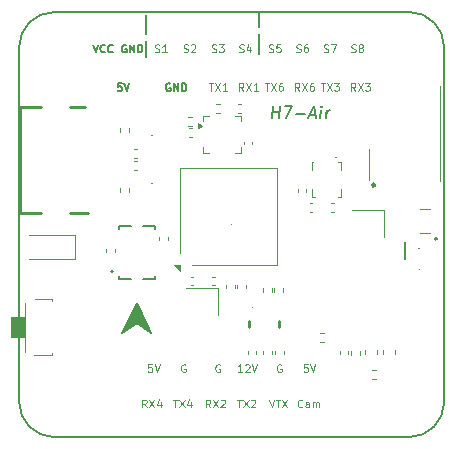
<source format=gbr>
%TF.GenerationSoftware,KiCad,Pcbnew,8.0.7*%
%TF.CreationDate,2025-02-13T13:50:40+08:00*%
%TF.ProjectId,NewSkyH7-Air,4e657753-6b79-4483-972d-4169722e6b69,rev?*%
%TF.SameCoordinates,Original*%
%TF.FileFunction,Legend,Top*%
%TF.FilePolarity,Positive*%
%FSLAX46Y46*%
G04 Gerber Fmt 4.6, Leading zero omitted, Abs format (unit mm)*
G04 Created by KiCad (PCBNEW 8.0.7) date 2025-02-13 13:50:40*
%MOMM*%
%LPD*%
G01*
G04 APERTURE LIST*
%ADD10C,0.150000*%
%ADD11C,0.200000*%
%ADD12C,0.130000*%
%ADD13C,0.112500*%
%ADD14C,0.120000*%
%ADD15C,0.100000*%
%ADD16C,0.254000*%
%ADD17C,0.010050*%
%ADD18C,0.127000*%
%ADD19C,0.250000*%
%ADD20C,0.016000*%
G04 APERTURE END LIST*
D10*
X146060000Y-67080000D02*
X146060000Y-65430000D01*
X146060000Y-64830000D02*
X146060000Y-63560000D01*
D11*
X135655000Y-89920000D02*
X134455000Y-90720000D01*
X135655000Y-88220000D01*
X135655000Y-89920000D01*
G36*
X135655000Y-89920000D02*
G01*
X134455000Y-90720000D01*
X135655000Y-88220000D01*
X135655000Y-89920000D01*
G37*
D10*
X136420000Y-63795000D02*
X136420000Y-65445000D01*
X136420000Y-66045000D02*
X136420000Y-67390000D01*
D11*
X136855000Y-90720000D02*
X135655000Y-89920000D01*
X135655000Y-88220000D01*
X136855000Y-90720000D01*
G36*
X136855000Y-90720000D02*
G01*
X135655000Y-89920000D01*
X135655000Y-88220000D01*
X136855000Y-90720000D01*
G37*
D12*
X134770764Y-66364644D02*
X134708859Y-66333692D01*
X134708859Y-66333692D02*
X134616002Y-66333692D01*
X134616002Y-66333692D02*
X134523145Y-66364644D01*
X134523145Y-66364644D02*
X134461240Y-66426549D01*
X134461240Y-66426549D02*
X134430287Y-66488454D01*
X134430287Y-66488454D02*
X134399335Y-66612263D01*
X134399335Y-66612263D02*
X134399335Y-66705120D01*
X134399335Y-66705120D02*
X134430287Y-66828930D01*
X134430287Y-66828930D02*
X134461240Y-66890835D01*
X134461240Y-66890835D02*
X134523145Y-66952740D01*
X134523145Y-66952740D02*
X134616002Y-66983692D01*
X134616002Y-66983692D02*
X134677906Y-66983692D01*
X134677906Y-66983692D02*
X134770764Y-66952740D01*
X134770764Y-66952740D02*
X134801716Y-66921787D01*
X134801716Y-66921787D02*
X134801716Y-66705120D01*
X134801716Y-66705120D02*
X134677906Y-66705120D01*
X135080287Y-66983692D02*
X135080287Y-66333692D01*
X135080287Y-66333692D02*
X135451716Y-66983692D01*
X135451716Y-66983692D02*
X135451716Y-66333692D01*
X135761239Y-66983692D02*
X135761239Y-66333692D01*
X135761239Y-66333692D02*
X135916001Y-66333692D01*
X135916001Y-66333692D02*
X136008858Y-66364644D01*
X136008858Y-66364644D02*
X136070763Y-66426549D01*
X136070763Y-66426549D02*
X136101716Y-66488454D01*
X136101716Y-66488454D02*
X136132668Y-66612263D01*
X136132668Y-66612263D02*
X136132668Y-66705120D01*
X136132668Y-66705120D02*
X136101716Y-66828930D01*
X136101716Y-66828930D02*
X136070763Y-66890835D01*
X136070763Y-66890835D02*
X136008858Y-66952740D01*
X136008858Y-66952740D02*
X135916001Y-66983692D01*
X135916001Y-66983692D02*
X135761239Y-66983692D01*
D10*
X147100826Y-72549819D02*
X147225826Y-71549819D01*
X147166303Y-72026009D02*
X147737731Y-72026009D01*
X147672255Y-72549819D02*
X147797255Y-71549819D01*
X148178207Y-71549819D02*
X148844874Y-71549819D01*
X148844874Y-71549819D02*
X148291303Y-72549819D01*
X149148445Y-72168866D02*
X149910350Y-72168866D01*
X150327017Y-72264104D02*
X150803207Y-72264104D01*
X150196064Y-72549819D02*
X150654398Y-71549819D01*
X150654398Y-71549819D02*
X150862731Y-72549819D01*
X151196064Y-72549819D02*
X151279398Y-71883152D01*
X151321064Y-71549819D02*
X151267493Y-71597438D01*
X151267493Y-71597438D02*
X151309160Y-71645057D01*
X151309160Y-71645057D02*
X151362731Y-71597438D01*
X151362731Y-71597438D02*
X151321064Y-71549819D01*
X151321064Y-71549819D02*
X151309160Y-71645057D01*
X151672254Y-72549819D02*
X151755588Y-71883152D01*
X151731778Y-72073628D02*
X151791302Y-71978390D01*
X151791302Y-71978390D02*
X151844873Y-71930771D01*
X151844873Y-71930771D02*
X151946064Y-71883152D01*
X151946064Y-71883152D02*
X152041302Y-71883152D01*
D13*
X144604251Y-94034602D02*
X144232822Y-94034602D01*
X144418536Y-94034602D02*
X144418536Y-93384602D01*
X144418536Y-93384602D02*
X144356632Y-93477459D01*
X144356632Y-93477459D02*
X144294727Y-93539364D01*
X144294727Y-93539364D02*
X144232822Y-93570316D01*
X144851870Y-93446507D02*
X144882822Y-93415554D01*
X144882822Y-93415554D02*
X144944727Y-93384602D01*
X144944727Y-93384602D02*
X145099489Y-93384602D01*
X145099489Y-93384602D02*
X145161394Y-93415554D01*
X145161394Y-93415554D02*
X145192346Y-93446507D01*
X145192346Y-93446507D02*
X145223299Y-93508411D01*
X145223299Y-93508411D02*
X145223299Y-93570316D01*
X145223299Y-93570316D02*
X145192346Y-93663173D01*
X145192346Y-93663173D02*
X144820918Y-94034602D01*
X144820918Y-94034602D02*
X145223299Y-94034602D01*
X145409013Y-93384602D02*
X145625680Y-94034602D01*
X145625680Y-94034602D02*
X145842347Y-93384602D01*
D12*
X134389811Y-69603692D02*
X134080287Y-69603692D01*
X134080287Y-69603692D02*
X134049335Y-69913216D01*
X134049335Y-69913216D02*
X134080287Y-69882263D01*
X134080287Y-69882263D02*
X134142192Y-69851311D01*
X134142192Y-69851311D02*
X134296954Y-69851311D01*
X134296954Y-69851311D02*
X134358859Y-69882263D01*
X134358859Y-69882263D02*
X134389811Y-69913216D01*
X134389811Y-69913216D02*
X134420764Y-69975120D01*
X134420764Y-69975120D02*
X134420764Y-70129882D01*
X134420764Y-70129882D02*
X134389811Y-70191787D01*
X134389811Y-70191787D02*
X134358859Y-70222740D01*
X134358859Y-70222740D02*
X134296954Y-70253692D01*
X134296954Y-70253692D02*
X134142192Y-70253692D01*
X134142192Y-70253692D02*
X134080287Y-70222740D01*
X134080287Y-70222740D02*
X134049335Y-70191787D01*
X134606478Y-69603692D02*
X134823145Y-70253692D01*
X134823145Y-70253692D02*
X135039812Y-69603692D01*
D13*
X151234487Y-69582815D02*
X151605916Y-69582815D01*
X151420202Y-70232815D02*
X151420202Y-69582815D01*
X151760678Y-69582815D02*
X152194011Y-70232815D01*
X152194011Y-69582815D02*
X151760678Y-70232815D01*
X152379726Y-69582815D02*
X152782107Y-69582815D01*
X152782107Y-69582815D02*
X152565440Y-69830434D01*
X152565440Y-69830434D02*
X152658297Y-69830434D01*
X152658297Y-69830434D02*
X152720202Y-69861386D01*
X152720202Y-69861386D02*
X152751154Y-69892339D01*
X152751154Y-69892339D02*
X152782107Y-69954243D01*
X152782107Y-69954243D02*
X152782107Y-70109005D01*
X152782107Y-70109005D02*
X152751154Y-70170910D01*
X152751154Y-70170910D02*
X152720202Y-70201863D01*
X152720202Y-70201863D02*
X152658297Y-70232815D01*
X152658297Y-70232815D02*
X152472583Y-70232815D01*
X152472583Y-70232815D02*
X152410678Y-70201863D01*
X152410678Y-70201863D02*
X152379726Y-70170910D01*
X139794251Y-93415554D02*
X139732346Y-93384602D01*
X139732346Y-93384602D02*
X139639489Y-93384602D01*
X139639489Y-93384602D02*
X139546632Y-93415554D01*
X139546632Y-93415554D02*
X139484727Y-93477459D01*
X139484727Y-93477459D02*
X139453774Y-93539364D01*
X139453774Y-93539364D02*
X139422822Y-93663173D01*
X139422822Y-93663173D02*
X139422822Y-93756030D01*
X139422822Y-93756030D02*
X139453774Y-93879840D01*
X139453774Y-93879840D02*
X139484727Y-93941745D01*
X139484727Y-93941745D02*
X139546632Y-94003650D01*
X139546632Y-94003650D02*
X139639489Y-94034602D01*
X139639489Y-94034602D02*
X139701393Y-94034602D01*
X139701393Y-94034602D02*
X139794251Y-94003650D01*
X139794251Y-94003650D02*
X139825203Y-93972697D01*
X139825203Y-93972697D02*
X139825203Y-93756030D01*
X139825203Y-93756030D02*
X139701393Y-93756030D01*
X138760917Y-96384602D02*
X139132346Y-96384602D01*
X138946632Y-97034602D02*
X138946632Y-96384602D01*
X139287108Y-96384602D02*
X139720441Y-97034602D01*
X139720441Y-96384602D02*
X139287108Y-97034602D01*
X140246632Y-96601269D02*
X140246632Y-97034602D01*
X140091870Y-96353650D02*
X139937108Y-96817935D01*
X139937108Y-96817935D02*
X140339489Y-96817935D01*
X151517822Y-66931863D02*
X151610679Y-66962815D01*
X151610679Y-66962815D02*
X151765441Y-66962815D01*
X151765441Y-66962815D02*
X151827346Y-66931863D01*
X151827346Y-66931863D02*
X151858298Y-66900910D01*
X151858298Y-66900910D02*
X151889251Y-66839005D01*
X151889251Y-66839005D02*
X151889251Y-66777101D01*
X151889251Y-66777101D02*
X151858298Y-66715196D01*
X151858298Y-66715196D02*
X151827346Y-66684243D01*
X151827346Y-66684243D02*
X151765441Y-66653291D01*
X151765441Y-66653291D02*
X151641632Y-66622339D01*
X151641632Y-66622339D02*
X151579727Y-66591386D01*
X151579727Y-66591386D02*
X151548774Y-66560434D01*
X151548774Y-66560434D02*
X151517822Y-66498529D01*
X151517822Y-66498529D02*
X151517822Y-66436624D01*
X151517822Y-66436624D02*
X151548774Y-66374720D01*
X151548774Y-66374720D02*
X151579727Y-66343767D01*
X151579727Y-66343767D02*
X151641632Y-66312815D01*
X151641632Y-66312815D02*
X151796393Y-66312815D01*
X151796393Y-66312815D02*
X151889251Y-66343767D01*
X152105918Y-66312815D02*
X152539251Y-66312815D01*
X152539251Y-66312815D02*
X152260680Y-66962815D01*
X144700203Y-70232815D02*
X144483536Y-69923291D01*
X144328774Y-70232815D02*
X144328774Y-69582815D01*
X144328774Y-69582815D02*
X144576393Y-69582815D01*
X144576393Y-69582815D02*
X144638298Y-69613767D01*
X144638298Y-69613767D02*
X144669251Y-69644720D01*
X144669251Y-69644720D02*
X144700203Y-69706624D01*
X144700203Y-69706624D02*
X144700203Y-69799482D01*
X144700203Y-69799482D02*
X144669251Y-69861386D01*
X144669251Y-69861386D02*
X144638298Y-69892339D01*
X144638298Y-69892339D02*
X144576393Y-69923291D01*
X144576393Y-69923291D02*
X144328774Y-69923291D01*
X144916870Y-69582815D02*
X145350203Y-70232815D01*
X145350203Y-69582815D02*
X144916870Y-70232815D01*
X145938299Y-70232815D02*
X145566870Y-70232815D01*
X145752584Y-70232815D02*
X145752584Y-69582815D01*
X145752584Y-69582815D02*
X145690680Y-69675672D01*
X145690680Y-69675672D02*
X145628775Y-69737577D01*
X145628775Y-69737577D02*
X145566870Y-69768529D01*
X153843333Y-66931863D02*
X153936190Y-66962815D01*
X153936190Y-66962815D02*
X154090952Y-66962815D01*
X154090952Y-66962815D02*
X154152857Y-66931863D01*
X154152857Y-66931863D02*
X154183809Y-66900910D01*
X154183809Y-66900910D02*
X154214762Y-66839005D01*
X154214762Y-66839005D02*
X154214762Y-66777101D01*
X154214762Y-66777101D02*
X154183809Y-66715196D01*
X154183809Y-66715196D02*
X154152857Y-66684243D01*
X154152857Y-66684243D02*
X154090952Y-66653291D01*
X154090952Y-66653291D02*
X153967143Y-66622339D01*
X153967143Y-66622339D02*
X153905238Y-66591386D01*
X153905238Y-66591386D02*
X153874285Y-66560434D01*
X153874285Y-66560434D02*
X153843333Y-66498529D01*
X153843333Y-66498529D02*
X153843333Y-66436624D01*
X153843333Y-66436624D02*
X153874285Y-66374720D01*
X153874285Y-66374720D02*
X153905238Y-66343767D01*
X153905238Y-66343767D02*
X153967143Y-66312815D01*
X153967143Y-66312815D02*
X154121904Y-66312815D01*
X154121904Y-66312815D02*
X154214762Y-66343767D01*
X154586191Y-66591386D02*
X154524286Y-66560434D01*
X154524286Y-66560434D02*
X154493333Y-66529482D01*
X154493333Y-66529482D02*
X154462381Y-66467577D01*
X154462381Y-66467577D02*
X154462381Y-66436624D01*
X154462381Y-66436624D02*
X154493333Y-66374720D01*
X154493333Y-66374720D02*
X154524286Y-66343767D01*
X154524286Y-66343767D02*
X154586191Y-66312815D01*
X154586191Y-66312815D02*
X154710000Y-66312815D01*
X154710000Y-66312815D02*
X154771905Y-66343767D01*
X154771905Y-66343767D02*
X154802857Y-66374720D01*
X154802857Y-66374720D02*
X154833810Y-66436624D01*
X154833810Y-66436624D02*
X154833810Y-66467577D01*
X154833810Y-66467577D02*
X154802857Y-66529482D01*
X154802857Y-66529482D02*
X154771905Y-66560434D01*
X154771905Y-66560434D02*
X154710000Y-66591386D01*
X154710000Y-66591386D02*
X154586191Y-66591386D01*
X154586191Y-66591386D02*
X154524286Y-66622339D01*
X154524286Y-66622339D02*
X154493333Y-66653291D01*
X154493333Y-66653291D02*
X154462381Y-66715196D01*
X154462381Y-66715196D02*
X154462381Y-66839005D01*
X154462381Y-66839005D02*
X154493333Y-66900910D01*
X154493333Y-66900910D02*
X154524286Y-66931863D01*
X154524286Y-66931863D02*
X154586191Y-66962815D01*
X154586191Y-66962815D02*
X154710000Y-66962815D01*
X154710000Y-66962815D02*
X154771905Y-66931863D01*
X154771905Y-66931863D02*
X154802857Y-66900910D01*
X154802857Y-66900910D02*
X154833810Y-66839005D01*
X154833810Y-66839005D02*
X154833810Y-66715196D01*
X154833810Y-66715196D02*
X154802857Y-66653291D01*
X154802857Y-66653291D02*
X154771905Y-66622339D01*
X154771905Y-66622339D02*
X154710000Y-66591386D01*
X154174489Y-70232815D02*
X153957822Y-69923291D01*
X153803060Y-70232815D02*
X153803060Y-69582815D01*
X153803060Y-69582815D02*
X154050679Y-69582815D01*
X154050679Y-69582815D02*
X154112584Y-69613767D01*
X154112584Y-69613767D02*
X154143537Y-69644720D01*
X154143537Y-69644720D02*
X154174489Y-69706624D01*
X154174489Y-69706624D02*
X154174489Y-69799482D01*
X154174489Y-69799482D02*
X154143537Y-69861386D01*
X154143537Y-69861386D02*
X154112584Y-69892339D01*
X154112584Y-69892339D02*
X154050679Y-69923291D01*
X154050679Y-69923291D02*
X153803060Y-69923291D01*
X154391156Y-69582815D02*
X154824489Y-70232815D01*
X154824489Y-69582815D02*
X154391156Y-70232815D01*
X155010204Y-69582815D02*
X155412585Y-69582815D01*
X155412585Y-69582815D02*
X155195918Y-69830434D01*
X155195918Y-69830434D02*
X155288775Y-69830434D01*
X155288775Y-69830434D02*
X155350680Y-69861386D01*
X155350680Y-69861386D02*
X155381632Y-69892339D01*
X155381632Y-69892339D02*
X155412585Y-69954243D01*
X155412585Y-69954243D02*
X155412585Y-70109005D01*
X155412585Y-70109005D02*
X155381632Y-70170910D01*
X155381632Y-70170910D02*
X155350680Y-70201863D01*
X155350680Y-70201863D02*
X155288775Y-70232815D01*
X155288775Y-70232815D02*
X155103061Y-70232815D01*
X155103061Y-70232815D02*
X155041156Y-70201863D01*
X155041156Y-70201863D02*
X155010204Y-70170910D01*
X141760203Y-69582815D02*
X142131632Y-69582815D01*
X141945918Y-70232815D02*
X141945918Y-69582815D01*
X142286394Y-69582815D02*
X142719727Y-70232815D01*
X142719727Y-69582815D02*
X142286394Y-70232815D01*
X143307823Y-70232815D02*
X142936394Y-70232815D01*
X143122108Y-70232815D02*
X143122108Y-69582815D01*
X143122108Y-69582815D02*
X143060204Y-69675672D01*
X143060204Y-69675672D02*
X142998299Y-69737577D01*
X142998299Y-69737577D02*
X142936394Y-69768529D01*
X139637822Y-66931863D02*
X139730679Y-66962815D01*
X139730679Y-66962815D02*
X139885441Y-66962815D01*
X139885441Y-66962815D02*
X139947346Y-66931863D01*
X139947346Y-66931863D02*
X139978298Y-66900910D01*
X139978298Y-66900910D02*
X140009251Y-66839005D01*
X140009251Y-66839005D02*
X140009251Y-66777101D01*
X140009251Y-66777101D02*
X139978298Y-66715196D01*
X139978298Y-66715196D02*
X139947346Y-66684243D01*
X139947346Y-66684243D02*
X139885441Y-66653291D01*
X139885441Y-66653291D02*
X139761632Y-66622339D01*
X139761632Y-66622339D02*
X139699727Y-66591386D01*
X139699727Y-66591386D02*
X139668774Y-66560434D01*
X139668774Y-66560434D02*
X139637822Y-66498529D01*
X139637822Y-66498529D02*
X139637822Y-66436624D01*
X139637822Y-66436624D02*
X139668774Y-66374720D01*
X139668774Y-66374720D02*
X139699727Y-66343767D01*
X139699727Y-66343767D02*
X139761632Y-66312815D01*
X139761632Y-66312815D02*
X139916393Y-66312815D01*
X139916393Y-66312815D02*
X140009251Y-66343767D01*
X140256870Y-66374720D02*
X140287822Y-66343767D01*
X140287822Y-66343767D02*
X140349727Y-66312815D01*
X140349727Y-66312815D02*
X140504489Y-66312815D01*
X140504489Y-66312815D02*
X140566394Y-66343767D01*
X140566394Y-66343767D02*
X140597346Y-66374720D01*
X140597346Y-66374720D02*
X140628299Y-66436624D01*
X140628299Y-66436624D02*
X140628299Y-66498529D01*
X140628299Y-66498529D02*
X140597346Y-66591386D01*
X140597346Y-66591386D02*
X140225918Y-66962815D01*
X140225918Y-66962815D02*
X140628299Y-66962815D01*
X144347822Y-66931863D02*
X144440679Y-66962815D01*
X144440679Y-66962815D02*
X144595441Y-66962815D01*
X144595441Y-66962815D02*
X144657346Y-66931863D01*
X144657346Y-66931863D02*
X144688298Y-66900910D01*
X144688298Y-66900910D02*
X144719251Y-66839005D01*
X144719251Y-66839005D02*
X144719251Y-66777101D01*
X144719251Y-66777101D02*
X144688298Y-66715196D01*
X144688298Y-66715196D02*
X144657346Y-66684243D01*
X144657346Y-66684243D02*
X144595441Y-66653291D01*
X144595441Y-66653291D02*
X144471632Y-66622339D01*
X144471632Y-66622339D02*
X144409727Y-66591386D01*
X144409727Y-66591386D02*
X144378774Y-66560434D01*
X144378774Y-66560434D02*
X144347822Y-66498529D01*
X144347822Y-66498529D02*
X144347822Y-66436624D01*
X144347822Y-66436624D02*
X144378774Y-66374720D01*
X144378774Y-66374720D02*
X144409727Y-66343767D01*
X144409727Y-66343767D02*
X144471632Y-66312815D01*
X144471632Y-66312815D02*
X144626393Y-66312815D01*
X144626393Y-66312815D02*
X144719251Y-66343767D01*
X145276394Y-66529482D02*
X145276394Y-66962815D01*
X145121632Y-66281863D02*
X144966870Y-66746148D01*
X144966870Y-66746148D02*
X145369251Y-66746148D01*
X144170917Y-96384602D02*
X144542346Y-96384602D01*
X144356632Y-97034602D02*
X144356632Y-96384602D01*
X144697108Y-96384602D02*
X145130441Y-97034602D01*
X145130441Y-96384602D02*
X144697108Y-97034602D01*
X145347108Y-96446507D02*
X145378060Y-96415554D01*
X145378060Y-96415554D02*
X145439965Y-96384602D01*
X145439965Y-96384602D02*
X145594727Y-96384602D01*
X145594727Y-96384602D02*
X145656632Y-96415554D01*
X145656632Y-96415554D02*
X145687584Y-96446507D01*
X145687584Y-96446507D02*
X145718537Y-96508411D01*
X145718537Y-96508411D02*
X145718537Y-96570316D01*
X145718537Y-96570316D02*
X145687584Y-96663173D01*
X145687584Y-96663173D02*
X145316156Y-97034602D01*
X145316156Y-97034602D02*
X145718537Y-97034602D01*
X146860917Y-96384602D02*
X147077584Y-97034602D01*
X147077584Y-97034602D02*
X147294251Y-96384602D01*
X147418060Y-96384602D02*
X147789489Y-96384602D01*
X147603775Y-97034602D02*
X147603775Y-96384602D01*
X147944251Y-96384602D02*
X148377584Y-97034602D01*
X148377584Y-96384602D02*
X147944251Y-97034602D01*
X137217822Y-66931863D02*
X137310679Y-66962815D01*
X137310679Y-66962815D02*
X137465441Y-66962815D01*
X137465441Y-66962815D02*
X137527346Y-66931863D01*
X137527346Y-66931863D02*
X137558298Y-66900910D01*
X137558298Y-66900910D02*
X137589251Y-66839005D01*
X137589251Y-66839005D02*
X137589251Y-66777101D01*
X137589251Y-66777101D02*
X137558298Y-66715196D01*
X137558298Y-66715196D02*
X137527346Y-66684243D01*
X137527346Y-66684243D02*
X137465441Y-66653291D01*
X137465441Y-66653291D02*
X137341632Y-66622339D01*
X137341632Y-66622339D02*
X137279727Y-66591386D01*
X137279727Y-66591386D02*
X137248774Y-66560434D01*
X137248774Y-66560434D02*
X137217822Y-66498529D01*
X137217822Y-66498529D02*
X137217822Y-66436624D01*
X137217822Y-66436624D02*
X137248774Y-66374720D01*
X137248774Y-66374720D02*
X137279727Y-66343767D01*
X137279727Y-66343767D02*
X137341632Y-66312815D01*
X137341632Y-66312815D02*
X137496393Y-66312815D01*
X137496393Y-66312815D02*
X137589251Y-66343767D01*
X138208299Y-66962815D02*
X137836870Y-66962815D01*
X138022584Y-66962815D02*
X138022584Y-66312815D01*
X138022584Y-66312815D02*
X137960680Y-66405672D01*
X137960680Y-66405672D02*
X137898775Y-66467577D01*
X137898775Y-66467577D02*
X137836870Y-66498529D01*
X147899251Y-93415554D02*
X147837346Y-93384602D01*
X147837346Y-93384602D02*
X147744489Y-93384602D01*
X147744489Y-93384602D02*
X147651632Y-93415554D01*
X147651632Y-93415554D02*
X147589727Y-93477459D01*
X147589727Y-93477459D02*
X147558774Y-93539364D01*
X147558774Y-93539364D02*
X147527822Y-93663173D01*
X147527822Y-93663173D02*
X147527822Y-93756030D01*
X147527822Y-93756030D02*
X147558774Y-93879840D01*
X147558774Y-93879840D02*
X147589727Y-93941745D01*
X147589727Y-93941745D02*
X147651632Y-94003650D01*
X147651632Y-94003650D02*
X147744489Y-94034602D01*
X147744489Y-94034602D02*
X147806393Y-94034602D01*
X147806393Y-94034602D02*
X147899251Y-94003650D01*
X147899251Y-94003650D02*
X147930203Y-93972697D01*
X147930203Y-93972697D02*
X147930203Y-93756030D01*
X147930203Y-93756030D02*
X147806393Y-93756030D01*
D12*
X131967430Y-66333692D02*
X132184097Y-66983692D01*
X132184097Y-66983692D02*
X132400764Y-66333692D01*
X132988859Y-66921787D02*
X132957907Y-66952740D01*
X132957907Y-66952740D02*
X132865049Y-66983692D01*
X132865049Y-66983692D02*
X132803145Y-66983692D01*
X132803145Y-66983692D02*
X132710288Y-66952740D01*
X132710288Y-66952740D02*
X132648383Y-66890835D01*
X132648383Y-66890835D02*
X132617430Y-66828930D01*
X132617430Y-66828930D02*
X132586478Y-66705120D01*
X132586478Y-66705120D02*
X132586478Y-66612263D01*
X132586478Y-66612263D02*
X132617430Y-66488454D01*
X132617430Y-66488454D02*
X132648383Y-66426549D01*
X132648383Y-66426549D02*
X132710288Y-66364644D01*
X132710288Y-66364644D02*
X132803145Y-66333692D01*
X132803145Y-66333692D02*
X132865049Y-66333692D01*
X132865049Y-66333692D02*
X132957907Y-66364644D01*
X132957907Y-66364644D02*
X132988859Y-66395597D01*
X133638859Y-66921787D02*
X133607907Y-66952740D01*
X133607907Y-66952740D02*
X133515049Y-66983692D01*
X133515049Y-66983692D02*
X133453145Y-66983692D01*
X133453145Y-66983692D02*
X133360288Y-66952740D01*
X133360288Y-66952740D02*
X133298383Y-66890835D01*
X133298383Y-66890835D02*
X133267430Y-66828930D01*
X133267430Y-66828930D02*
X133236478Y-66705120D01*
X133236478Y-66705120D02*
X133236478Y-66612263D01*
X133236478Y-66612263D02*
X133267430Y-66488454D01*
X133267430Y-66488454D02*
X133298383Y-66426549D01*
X133298383Y-66426549D02*
X133360288Y-66364644D01*
X133360288Y-66364644D02*
X133453145Y-66333692D01*
X133453145Y-66333692D02*
X133515049Y-66333692D01*
X133515049Y-66333692D02*
X133607907Y-66364644D01*
X133607907Y-66364644D02*
X133638859Y-66395597D01*
D13*
X149192312Y-66931863D02*
X149285169Y-66962815D01*
X149285169Y-66962815D02*
X149439931Y-66962815D01*
X149439931Y-66962815D02*
X149501836Y-66931863D01*
X149501836Y-66931863D02*
X149532788Y-66900910D01*
X149532788Y-66900910D02*
X149563741Y-66839005D01*
X149563741Y-66839005D02*
X149563741Y-66777101D01*
X149563741Y-66777101D02*
X149532788Y-66715196D01*
X149532788Y-66715196D02*
X149501836Y-66684243D01*
X149501836Y-66684243D02*
X149439931Y-66653291D01*
X149439931Y-66653291D02*
X149316122Y-66622339D01*
X149316122Y-66622339D02*
X149254217Y-66591386D01*
X149254217Y-66591386D02*
X149223264Y-66560434D01*
X149223264Y-66560434D02*
X149192312Y-66498529D01*
X149192312Y-66498529D02*
X149192312Y-66436624D01*
X149192312Y-66436624D02*
X149223264Y-66374720D01*
X149223264Y-66374720D02*
X149254217Y-66343767D01*
X149254217Y-66343767D02*
X149316122Y-66312815D01*
X149316122Y-66312815D02*
X149470883Y-66312815D01*
X149470883Y-66312815D02*
X149563741Y-66343767D01*
X150120884Y-66312815D02*
X149997074Y-66312815D01*
X149997074Y-66312815D02*
X149935170Y-66343767D01*
X149935170Y-66343767D02*
X149904217Y-66374720D01*
X149904217Y-66374720D02*
X149842312Y-66467577D01*
X149842312Y-66467577D02*
X149811360Y-66591386D01*
X149811360Y-66591386D02*
X149811360Y-66839005D01*
X149811360Y-66839005D02*
X149842312Y-66900910D01*
X149842312Y-66900910D02*
X149873265Y-66931863D01*
X149873265Y-66931863D02*
X149935170Y-66962815D01*
X149935170Y-66962815D02*
X150058979Y-66962815D01*
X150058979Y-66962815D02*
X150120884Y-66931863D01*
X150120884Y-66931863D02*
X150151836Y-66900910D01*
X150151836Y-66900910D02*
X150182789Y-66839005D01*
X150182789Y-66839005D02*
X150182789Y-66684243D01*
X150182789Y-66684243D02*
X150151836Y-66622339D01*
X150151836Y-66622339D02*
X150120884Y-66591386D01*
X150120884Y-66591386D02*
X150058979Y-66560434D01*
X150058979Y-66560434D02*
X149935170Y-66560434D01*
X149935170Y-66560434D02*
X149873265Y-66591386D01*
X149873265Y-66591386D02*
X149842312Y-66622339D01*
X149842312Y-66622339D02*
X149811360Y-66684243D01*
X142027822Y-66931863D02*
X142120679Y-66962815D01*
X142120679Y-66962815D02*
X142275441Y-66962815D01*
X142275441Y-66962815D02*
X142337346Y-66931863D01*
X142337346Y-66931863D02*
X142368298Y-66900910D01*
X142368298Y-66900910D02*
X142399251Y-66839005D01*
X142399251Y-66839005D02*
X142399251Y-66777101D01*
X142399251Y-66777101D02*
X142368298Y-66715196D01*
X142368298Y-66715196D02*
X142337346Y-66684243D01*
X142337346Y-66684243D02*
X142275441Y-66653291D01*
X142275441Y-66653291D02*
X142151632Y-66622339D01*
X142151632Y-66622339D02*
X142089727Y-66591386D01*
X142089727Y-66591386D02*
X142058774Y-66560434D01*
X142058774Y-66560434D02*
X142027822Y-66498529D01*
X142027822Y-66498529D02*
X142027822Y-66436624D01*
X142027822Y-66436624D02*
X142058774Y-66374720D01*
X142058774Y-66374720D02*
X142089727Y-66343767D01*
X142089727Y-66343767D02*
X142151632Y-66312815D01*
X142151632Y-66312815D02*
X142306393Y-66312815D01*
X142306393Y-66312815D02*
X142399251Y-66343767D01*
X142615918Y-66312815D02*
X143018299Y-66312815D01*
X143018299Y-66312815D02*
X142801632Y-66560434D01*
X142801632Y-66560434D02*
X142894489Y-66560434D01*
X142894489Y-66560434D02*
X142956394Y-66591386D01*
X142956394Y-66591386D02*
X142987346Y-66622339D01*
X142987346Y-66622339D02*
X143018299Y-66684243D01*
X143018299Y-66684243D02*
X143018299Y-66839005D01*
X143018299Y-66839005D02*
X142987346Y-66900910D01*
X142987346Y-66900910D02*
X142956394Y-66931863D01*
X142956394Y-66931863D02*
X142894489Y-66962815D01*
X142894489Y-66962815D02*
X142708775Y-66962815D01*
X142708775Y-66962815D02*
X142646870Y-66931863D01*
X142646870Y-66931863D02*
X142615918Y-66900910D01*
X146866802Y-66931863D02*
X146959659Y-66962815D01*
X146959659Y-66962815D02*
X147114421Y-66962815D01*
X147114421Y-66962815D02*
X147176326Y-66931863D01*
X147176326Y-66931863D02*
X147207278Y-66900910D01*
X147207278Y-66900910D02*
X147238231Y-66839005D01*
X147238231Y-66839005D02*
X147238231Y-66777101D01*
X147238231Y-66777101D02*
X147207278Y-66715196D01*
X147207278Y-66715196D02*
X147176326Y-66684243D01*
X147176326Y-66684243D02*
X147114421Y-66653291D01*
X147114421Y-66653291D02*
X146990612Y-66622339D01*
X146990612Y-66622339D02*
X146928707Y-66591386D01*
X146928707Y-66591386D02*
X146897754Y-66560434D01*
X146897754Y-66560434D02*
X146866802Y-66498529D01*
X146866802Y-66498529D02*
X146866802Y-66436624D01*
X146866802Y-66436624D02*
X146897754Y-66374720D01*
X146897754Y-66374720D02*
X146928707Y-66343767D01*
X146928707Y-66343767D02*
X146990612Y-66312815D01*
X146990612Y-66312815D02*
X147145373Y-66312815D01*
X147145373Y-66312815D02*
X147238231Y-66343767D01*
X147826326Y-66312815D02*
X147516802Y-66312815D01*
X147516802Y-66312815D02*
X147485850Y-66622339D01*
X147485850Y-66622339D02*
X147516802Y-66591386D01*
X147516802Y-66591386D02*
X147578707Y-66560434D01*
X147578707Y-66560434D02*
X147733469Y-66560434D01*
X147733469Y-66560434D02*
X147795374Y-66591386D01*
X147795374Y-66591386D02*
X147826326Y-66622339D01*
X147826326Y-66622339D02*
X147857279Y-66684243D01*
X147857279Y-66684243D02*
X147857279Y-66839005D01*
X147857279Y-66839005D02*
X147826326Y-66900910D01*
X147826326Y-66900910D02*
X147795374Y-66931863D01*
X147795374Y-66931863D02*
X147733469Y-66962815D01*
X147733469Y-66962815D02*
X147578707Y-66962815D01*
X147578707Y-66962815D02*
X147516802Y-66931863D01*
X147516802Y-66931863D02*
X147485850Y-66900910D01*
X146497345Y-69582815D02*
X146868774Y-69582815D01*
X146683060Y-70232815D02*
X146683060Y-69582815D01*
X147023536Y-69582815D02*
X147456869Y-70232815D01*
X147456869Y-69582815D02*
X147023536Y-70232815D01*
X147983060Y-69582815D02*
X147859250Y-69582815D01*
X147859250Y-69582815D02*
X147797346Y-69613767D01*
X147797346Y-69613767D02*
X147766393Y-69644720D01*
X147766393Y-69644720D02*
X147704488Y-69737577D01*
X147704488Y-69737577D02*
X147673536Y-69861386D01*
X147673536Y-69861386D02*
X147673536Y-70109005D01*
X147673536Y-70109005D02*
X147704488Y-70170910D01*
X147704488Y-70170910D02*
X147735441Y-70201863D01*
X147735441Y-70201863D02*
X147797346Y-70232815D01*
X147797346Y-70232815D02*
X147921155Y-70232815D01*
X147921155Y-70232815D02*
X147983060Y-70201863D01*
X147983060Y-70201863D02*
X148014012Y-70170910D01*
X148014012Y-70170910D02*
X148044965Y-70109005D01*
X148044965Y-70109005D02*
X148044965Y-69954243D01*
X148044965Y-69954243D02*
X148014012Y-69892339D01*
X148014012Y-69892339D02*
X147983060Y-69861386D01*
X147983060Y-69861386D02*
X147921155Y-69830434D01*
X147921155Y-69830434D02*
X147797346Y-69830434D01*
X147797346Y-69830434D02*
X147735441Y-69861386D01*
X147735441Y-69861386D02*
X147704488Y-69892339D01*
X147704488Y-69892339D02*
X147673536Y-69954243D01*
X149437345Y-70232815D02*
X149220678Y-69923291D01*
X149065916Y-70232815D02*
X149065916Y-69582815D01*
X149065916Y-69582815D02*
X149313535Y-69582815D01*
X149313535Y-69582815D02*
X149375440Y-69613767D01*
X149375440Y-69613767D02*
X149406393Y-69644720D01*
X149406393Y-69644720D02*
X149437345Y-69706624D01*
X149437345Y-69706624D02*
X149437345Y-69799482D01*
X149437345Y-69799482D02*
X149406393Y-69861386D01*
X149406393Y-69861386D02*
X149375440Y-69892339D01*
X149375440Y-69892339D02*
X149313535Y-69923291D01*
X149313535Y-69923291D02*
X149065916Y-69923291D01*
X149654012Y-69582815D02*
X150087345Y-70232815D01*
X150087345Y-69582815D02*
X149654012Y-70232815D01*
X150613536Y-69582815D02*
X150489726Y-69582815D01*
X150489726Y-69582815D02*
X150427822Y-69613767D01*
X150427822Y-69613767D02*
X150396869Y-69644720D01*
X150396869Y-69644720D02*
X150334964Y-69737577D01*
X150334964Y-69737577D02*
X150304012Y-69861386D01*
X150304012Y-69861386D02*
X150304012Y-70109005D01*
X150304012Y-70109005D02*
X150334964Y-70170910D01*
X150334964Y-70170910D02*
X150365917Y-70201863D01*
X150365917Y-70201863D02*
X150427822Y-70232815D01*
X150427822Y-70232815D02*
X150551631Y-70232815D01*
X150551631Y-70232815D02*
X150613536Y-70201863D01*
X150613536Y-70201863D02*
X150644488Y-70170910D01*
X150644488Y-70170910D02*
X150675441Y-70109005D01*
X150675441Y-70109005D02*
X150675441Y-69954243D01*
X150675441Y-69954243D02*
X150644488Y-69892339D01*
X150644488Y-69892339D02*
X150613536Y-69861386D01*
X150613536Y-69861386D02*
X150551631Y-69830434D01*
X150551631Y-69830434D02*
X150427822Y-69830434D01*
X150427822Y-69830434D02*
X150365917Y-69861386D01*
X150365917Y-69861386D02*
X150334964Y-69892339D01*
X150334964Y-69892339D02*
X150304012Y-69954243D01*
X149690203Y-96972697D02*
X149659251Y-97003650D01*
X149659251Y-97003650D02*
X149566393Y-97034602D01*
X149566393Y-97034602D02*
X149504489Y-97034602D01*
X149504489Y-97034602D02*
X149411632Y-97003650D01*
X149411632Y-97003650D02*
X149349727Y-96941745D01*
X149349727Y-96941745D02*
X149318774Y-96879840D01*
X149318774Y-96879840D02*
X149287822Y-96756030D01*
X149287822Y-96756030D02*
X149287822Y-96663173D01*
X149287822Y-96663173D02*
X149318774Y-96539364D01*
X149318774Y-96539364D02*
X149349727Y-96477459D01*
X149349727Y-96477459D02*
X149411632Y-96415554D01*
X149411632Y-96415554D02*
X149504489Y-96384602D01*
X149504489Y-96384602D02*
X149566393Y-96384602D01*
X149566393Y-96384602D02*
X149659251Y-96415554D01*
X149659251Y-96415554D02*
X149690203Y-96446507D01*
X150247346Y-97034602D02*
X150247346Y-96694126D01*
X150247346Y-96694126D02*
X150216393Y-96632221D01*
X150216393Y-96632221D02*
X150154489Y-96601269D01*
X150154489Y-96601269D02*
X150030679Y-96601269D01*
X150030679Y-96601269D02*
X149968774Y-96632221D01*
X150247346Y-97003650D02*
X150185441Y-97034602D01*
X150185441Y-97034602D02*
X150030679Y-97034602D01*
X150030679Y-97034602D02*
X149968774Y-97003650D01*
X149968774Y-97003650D02*
X149937822Y-96941745D01*
X149937822Y-96941745D02*
X149937822Y-96879840D01*
X149937822Y-96879840D02*
X149968774Y-96817935D01*
X149968774Y-96817935D02*
X150030679Y-96786983D01*
X150030679Y-96786983D02*
X150185441Y-96786983D01*
X150185441Y-96786983D02*
X150247346Y-96756030D01*
X150556869Y-97034602D02*
X150556869Y-96601269D01*
X150556869Y-96663173D02*
X150587822Y-96632221D01*
X150587822Y-96632221D02*
X150649727Y-96601269D01*
X150649727Y-96601269D02*
X150742584Y-96601269D01*
X150742584Y-96601269D02*
X150804488Y-96632221D01*
X150804488Y-96632221D02*
X150835441Y-96694126D01*
X150835441Y-96694126D02*
X150835441Y-97034602D01*
X150835441Y-96694126D02*
X150866393Y-96632221D01*
X150866393Y-96632221D02*
X150928298Y-96601269D01*
X150928298Y-96601269D02*
X151021155Y-96601269D01*
X151021155Y-96601269D02*
X151083060Y-96632221D01*
X151083060Y-96632221D02*
X151114012Y-96694126D01*
X151114012Y-96694126D02*
X151114012Y-97034602D01*
X142686225Y-93415554D02*
X142624320Y-93384602D01*
X142624320Y-93384602D02*
X142531463Y-93384602D01*
X142531463Y-93384602D02*
X142438606Y-93415554D01*
X142438606Y-93415554D02*
X142376701Y-93477459D01*
X142376701Y-93477459D02*
X142345748Y-93539364D01*
X142345748Y-93539364D02*
X142314796Y-93663173D01*
X142314796Y-93663173D02*
X142314796Y-93756030D01*
X142314796Y-93756030D02*
X142345748Y-93879840D01*
X142345748Y-93879840D02*
X142376701Y-93941745D01*
X142376701Y-93941745D02*
X142438606Y-94003650D01*
X142438606Y-94003650D02*
X142531463Y-94034602D01*
X142531463Y-94034602D02*
X142593367Y-94034602D01*
X142593367Y-94034602D02*
X142686225Y-94003650D01*
X142686225Y-94003650D02*
X142717177Y-93972697D01*
X142717177Y-93972697D02*
X142717177Y-93756030D01*
X142717177Y-93756030D02*
X142593367Y-93756030D01*
X141910203Y-97034602D02*
X141693536Y-96725078D01*
X141538774Y-97034602D02*
X141538774Y-96384602D01*
X141538774Y-96384602D02*
X141786393Y-96384602D01*
X141786393Y-96384602D02*
X141848298Y-96415554D01*
X141848298Y-96415554D02*
X141879251Y-96446507D01*
X141879251Y-96446507D02*
X141910203Y-96508411D01*
X141910203Y-96508411D02*
X141910203Y-96601269D01*
X141910203Y-96601269D02*
X141879251Y-96663173D01*
X141879251Y-96663173D02*
X141848298Y-96694126D01*
X141848298Y-96694126D02*
X141786393Y-96725078D01*
X141786393Y-96725078D02*
X141538774Y-96725078D01*
X142126870Y-96384602D02*
X142560203Y-97034602D01*
X142560203Y-96384602D02*
X142126870Y-97034602D01*
X142776870Y-96446507D02*
X142807822Y-96415554D01*
X142807822Y-96415554D02*
X142869727Y-96384602D01*
X142869727Y-96384602D02*
X143024489Y-96384602D01*
X143024489Y-96384602D02*
X143086394Y-96415554D01*
X143086394Y-96415554D02*
X143117346Y-96446507D01*
X143117346Y-96446507D02*
X143148299Y-96508411D01*
X143148299Y-96508411D02*
X143148299Y-96570316D01*
X143148299Y-96570316D02*
X143117346Y-96663173D01*
X143117346Y-96663173D02*
X142745918Y-97034602D01*
X142745918Y-97034602D02*
X143148299Y-97034602D01*
X136969081Y-93384602D02*
X136659557Y-93384602D01*
X136659557Y-93384602D02*
X136628605Y-93694126D01*
X136628605Y-93694126D02*
X136659557Y-93663173D01*
X136659557Y-93663173D02*
X136721462Y-93632221D01*
X136721462Y-93632221D02*
X136876224Y-93632221D01*
X136876224Y-93632221D02*
X136938129Y-93663173D01*
X136938129Y-93663173D02*
X136969081Y-93694126D01*
X136969081Y-93694126D02*
X137000034Y-93756030D01*
X137000034Y-93756030D02*
X137000034Y-93910792D01*
X137000034Y-93910792D02*
X136969081Y-93972697D01*
X136969081Y-93972697D02*
X136938129Y-94003650D01*
X136938129Y-94003650D02*
X136876224Y-94034602D01*
X136876224Y-94034602D02*
X136721462Y-94034602D01*
X136721462Y-94034602D02*
X136659557Y-94003650D01*
X136659557Y-94003650D02*
X136628605Y-93972697D01*
X137185748Y-93384602D02*
X137402415Y-94034602D01*
X137402415Y-94034602D02*
X137619082Y-93384602D01*
X150148298Y-93384602D02*
X149838774Y-93384602D01*
X149838774Y-93384602D02*
X149807822Y-93694126D01*
X149807822Y-93694126D02*
X149838774Y-93663173D01*
X149838774Y-93663173D02*
X149900679Y-93632221D01*
X149900679Y-93632221D02*
X150055441Y-93632221D01*
X150055441Y-93632221D02*
X150117346Y-93663173D01*
X150117346Y-93663173D02*
X150148298Y-93694126D01*
X150148298Y-93694126D02*
X150179251Y-93756030D01*
X150179251Y-93756030D02*
X150179251Y-93910792D01*
X150179251Y-93910792D02*
X150148298Y-93972697D01*
X150148298Y-93972697D02*
X150117346Y-94003650D01*
X150117346Y-94003650D02*
X150055441Y-94034602D01*
X150055441Y-94034602D02*
X149900679Y-94034602D01*
X149900679Y-94034602D02*
X149838774Y-94003650D01*
X149838774Y-94003650D02*
X149807822Y-93972697D01*
X150364965Y-93384602D02*
X150581632Y-94034602D01*
X150581632Y-94034602D02*
X150798299Y-93384602D01*
D12*
X138500764Y-69634644D02*
X138438859Y-69603692D01*
X138438859Y-69603692D02*
X138346002Y-69603692D01*
X138346002Y-69603692D02*
X138253145Y-69634644D01*
X138253145Y-69634644D02*
X138191240Y-69696549D01*
X138191240Y-69696549D02*
X138160287Y-69758454D01*
X138160287Y-69758454D02*
X138129335Y-69882263D01*
X138129335Y-69882263D02*
X138129335Y-69975120D01*
X138129335Y-69975120D02*
X138160287Y-70098930D01*
X138160287Y-70098930D02*
X138191240Y-70160835D01*
X138191240Y-70160835D02*
X138253145Y-70222740D01*
X138253145Y-70222740D02*
X138346002Y-70253692D01*
X138346002Y-70253692D02*
X138407906Y-70253692D01*
X138407906Y-70253692D02*
X138500764Y-70222740D01*
X138500764Y-70222740D02*
X138531716Y-70191787D01*
X138531716Y-70191787D02*
X138531716Y-69975120D01*
X138531716Y-69975120D02*
X138407906Y-69975120D01*
X138810287Y-70253692D02*
X138810287Y-69603692D01*
X138810287Y-69603692D02*
X139181716Y-70253692D01*
X139181716Y-70253692D02*
X139181716Y-69603692D01*
X139491239Y-70253692D02*
X139491239Y-69603692D01*
X139491239Y-69603692D02*
X139646001Y-69603692D01*
X139646001Y-69603692D02*
X139738858Y-69634644D01*
X139738858Y-69634644D02*
X139800763Y-69696549D01*
X139800763Y-69696549D02*
X139831716Y-69758454D01*
X139831716Y-69758454D02*
X139862668Y-69882263D01*
X139862668Y-69882263D02*
X139862668Y-69975120D01*
X139862668Y-69975120D02*
X139831716Y-70098930D01*
X139831716Y-70098930D02*
X139800763Y-70160835D01*
X139800763Y-70160835D02*
X139738858Y-70222740D01*
X139738858Y-70222740D02*
X139646001Y-70253692D01*
X139646001Y-70253692D02*
X139491239Y-70253692D01*
D13*
X136510203Y-97034602D02*
X136293536Y-96725078D01*
X136138774Y-97034602D02*
X136138774Y-96384602D01*
X136138774Y-96384602D02*
X136386393Y-96384602D01*
X136386393Y-96384602D02*
X136448298Y-96415554D01*
X136448298Y-96415554D02*
X136479251Y-96446507D01*
X136479251Y-96446507D02*
X136510203Y-96508411D01*
X136510203Y-96508411D02*
X136510203Y-96601269D01*
X136510203Y-96601269D02*
X136479251Y-96663173D01*
X136479251Y-96663173D02*
X136448298Y-96694126D01*
X136448298Y-96694126D02*
X136386393Y-96725078D01*
X136386393Y-96725078D02*
X136138774Y-96725078D01*
X136726870Y-96384602D02*
X137160203Y-97034602D01*
X137160203Y-96384602D02*
X136726870Y-97034602D01*
X137686394Y-96601269D02*
X137686394Y-97034602D01*
X137531632Y-96353650D02*
X137376870Y-96817935D01*
X137376870Y-96817935D02*
X137779251Y-96817935D01*
D14*
%TO.C,R25*%
X134240000Y-78486359D02*
X134240000Y-78793641D01*
X135000000Y-78486359D02*
X135000000Y-78793641D01*
%TO.C,C12*%
X152147164Y-79760000D02*
X152362836Y-79760000D01*
X152147164Y-80480000D02*
X152362836Y-80480000D01*
D15*
%TO.C,D4*%
X159625000Y-85405000D02*
G75*
G02*
X159525000Y-85405000I-50000J0D01*
G01*
X159525000Y-85405000D02*
G75*
G02*
X159625000Y-85405000I50000J0D01*
G01*
D14*
%TO.C,C46*%
X144497836Y-71360000D02*
X144282164Y-71360000D01*
X144497836Y-72080000D02*
X144282164Y-72080000D01*
D15*
%TO.C,D9*%
X159612500Y-83620000D02*
G75*
G02*
X159512500Y-83620000I-50000J0D01*
G01*
X159512500Y-83620000D02*
G75*
G02*
X159612500Y-83620000I50000J0D01*
G01*
D14*
%TO.C,C15*%
X140307836Y-73390000D02*
X140092164Y-73390000D01*
X140307836Y-74110000D02*
X140092164Y-74110000D01*
%TO.C,R30*%
X153775000Y-92565641D02*
X153775000Y-92258359D01*
X154535000Y-92565641D02*
X154535000Y-92258359D01*
%TO.C,C17*%
X133095000Y-83852836D02*
X133095000Y-83637164D01*
X133815000Y-83852836D02*
X133815000Y-83637164D01*
%TO.C,C14*%
X144710000Y-74747836D02*
X144710000Y-74532164D01*
X145430000Y-74747836D02*
X145430000Y-74532164D01*
%TO.C,C2*%
X142052164Y-85970000D02*
X142267836Y-85970000D01*
X142052164Y-86690000D02*
X142267836Y-86690000D01*
%TO.C,R37*%
X146355000Y-87248641D02*
X146355000Y-86941359D01*
X147115000Y-87248641D02*
X147115000Y-86941359D01*
D11*
%TO.C,U5*%
X158385000Y-83037000D02*
X158385000Y-84512000D01*
D14*
%TO.C,R2*%
X144140000Y-86963641D02*
X144140000Y-86656359D01*
X144900000Y-86963641D02*
X144900000Y-86656359D01*
%TO.C,C16*%
X137575000Y-82852836D02*
X137575000Y-82637164D01*
X138295000Y-82852836D02*
X138295000Y-82637164D01*
D16*
%TO.C,U4*%
X125813500Y-71590000D02*
X125813500Y-80590000D01*
X125813500Y-71590000D02*
X127532500Y-71590000D01*
X125813500Y-80590000D02*
X127532500Y-80590000D01*
X129994500Y-71590000D02*
X131313500Y-71590000D01*
X129994500Y-80590000D02*
X131513500Y-80590000D01*
D15*
%TO.C,SW1*%
X125060000Y-89425000D02*
X126210000Y-89425000D01*
X125060000Y-91115000D02*
X125060000Y-89425000D01*
X126200000Y-91115000D02*
X125060000Y-91115000D01*
X126240000Y-92340000D02*
X126240000Y-88200000D01*
X127010000Y-92620000D02*
X128450000Y-92620000D01*
X127020000Y-87890000D02*
X128460000Y-87890000D01*
X128450000Y-92620000D02*
X128450000Y-92470000D01*
X128460000Y-87890000D02*
X128460000Y-88040000D01*
X125060000Y-91115000D02*
X126240000Y-91115000D01*
X126240000Y-89425000D01*
X125060000Y-89425000D01*
X125060000Y-91115000D01*
G36*
X125060000Y-91115000D02*
G01*
X126240000Y-91115000D01*
X126240000Y-89425000D01*
X125060000Y-89425000D01*
X125060000Y-91115000D01*
G37*
D14*
%TO.C,C47*%
X145045000Y-92512836D02*
X145045000Y-92297164D01*
X145765000Y-92512836D02*
X145765000Y-92297164D01*
%TO.C,C1*%
X140437836Y-85970000D02*
X140222164Y-85970000D01*
X140437836Y-86690000D02*
X140222164Y-86690000D01*
D15*
%TO.C,U6*%
X141265000Y-72330000D02*
X141265000Y-72830000D01*
X141265000Y-72330000D02*
X141765000Y-72330000D01*
X141265000Y-75530000D02*
X141265000Y-75030000D01*
X141265000Y-75530000D02*
X141765000Y-75530000D01*
X143965000Y-72330000D02*
X144465000Y-72330000D01*
X144465000Y-72330000D02*
X144465000Y-72830000D01*
X144465000Y-75530000D02*
X143965000Y-75530000D01*
X144465000Y-75530000D02*
X144465000Y-75030000D01*
D14*
X141190000Y-73180000D02*
X140854000Y-73420000D01*
X140854000Y-72940000D01*
X141190000Y-73180000D01*
G36*
X141190000Y-73180000D02*
G01*
X140854000Y-73420000D01*
X140854000Y-72940000D01*
X141190000Y-73180000D01*
G37*
%TO.C,C13*%
X150532836Y-79760000D02*
X150317164Y-79760000D01*
X150532836Y-80480000D02*
X150317164Y-80480000D01*
%TO.C,R26*%
X135406359Y-76150000D02*
X135713641Y-76150000D01*
X135406359Y-76910000D02*
X135713641Y-76910000D01*
%TO.C,R27*%
X135406359Y-75190000D02*
X135713641Y-75190000D01*
X135406359Y-75950000D02*
X135713641Y-75950000D01*
%TO.C,C11*%
X149315000Y-78772836D02*
X149315000Y-78557164D01*
X150035000Y-78772836D02*
X150035000Y-78557164D01*
%TO.C,C38*%
X156475000Y-92482580D02*
X156475000Y-92201420D01*
X157495000Y-92482580D02*
X157495000Y-92201420D01*
D11*
%TO.C,J1*%
X125705000Y-96555000D02*
X125705000Y-66555000D01*
X128705000Y-63555000D02*
X158705000Y-63555000D01*
X128705000Y-99555000D02*
X158705000Y-99555000D01*
X161705000Y-96555000D02*
X161705000Y-66555000D01*
X125705000Y-66555000D02*
G75*
G02*
X128705000Y-63555000I3000001J-1D01*
G01*
X128705000Y-99555000D02*
G75*
G02*
X125705000Y-96555000I1J3000001D01*
G01*
X158705000Y-63555000D02*
G75*
G02*
X161705000Y-66555000I0J-3000000D01*
G01*
X161705000Y-96555000D02*
G75*
G02*
X158705000Y-99555000I-3000000J0D01*
G01*
D17*
X143710025Y-81555000D02*
G75*
G02*
X143699975Y-81555000I-5025J0D01*
G01*
X143699975Y-81555000D02*
G75*
G02*
X143710025Y-81555000I5025J0D01*
G01*
X143710025Y-81555000D02*
G75*
G02*
X143699975Y-81555000I-5025J0D01*
G01*
X143699975Y-81555000D02*
G75*
G02*
X143710025Y-81555000I5025J0D01*
G01*
D18*
%TO.C,IC2*%
X134185000Y-81655000D02*
X134185000Y-81905000D01*
X134185000Y-86155000D02*
X134185000Y-85905000D01*
X135185000Y-81655000D02*
X134185000Y-81655000D01*
X135185000Y-86155000D02*
X134185000Y-86155000D01*
X136185000Y-81655000D02*
X137185000Y-81655000D01*
X137185000Y-81655000D02*
X137185000Y-81905000D01*
X137185000Y-85905000D02*
X137185000Y-86155000D01*
X137185000Y-86155000D02*
X136185000Y-86155000D01*
D11*
X133685000Y-85534000D02*
G75*
G02*
X133485000Y-85534000I-100000J0D01*
G01*
X133485000Y-85534000D02*
G75*
G02*
X133685000Y-85534000I100000J0D01*
G01*
D14*
%TO.C,IC3*%
X155355000Y-77820000D02*
X155355000Y-75150000D01*
X161335000Y-69860000D02*
X161335000Y-77850000D01*
D19*
X155840000Y-78225000D02*
G75*
G02*
X155590000Y-78225000I-125000J0D01*
G01*
X155590000Y-78225000D02*
G75*
G02*
X155840000Y-78225000I125000J0D01*
G01*
D14*
%TO.C,R35*%
X140343641Y-72480000D02*
X140036359Y-72480000D01*
X140343641Y-73240000D02*
X140036359Y-73240000D01*
%TO.C,R36*%
X147295000Y-86931359D02*
X147295000Y-87238641D01*
X148055000Y-86931359D02*
X148055000Y-87238641D01*
%TO.C,R24*%
X134230000Y-73683641D02*
X134230000Y-73376359D01*
X134990000Y-73683641D02*
X134990000Y-73376359D01*
%TO.C,C39*%
X155015000Y-92482580D02*
X155015000Y-92201420D01*
X156035000Y-92482580D02*
X156035000Y-92201420D01*
%TO.C,C41*%
X152835000Y-92294164D02*
X152835000Y-92509836D01*
X153555000Y-92294164D02*
X153555000Y-92509836D01*
%TO.C,D7*%
X130410000Y-82480000D02*
X126550000Y-82480000D01*
X130410000Y-84480000D02*
X126550000Y-84480000D01*
X130410000Y-84480000D02*
X130410000Y-82480000D01*
%TO.C,Y1*%
X142575000Y-86935000D02*
X139875000Y-86935000D01*
X142575000Y-89235000D02*
X142575000Y-86935000D01*
D16*
%TO.C,IC6*%
X145190000Y-90210000D02*
X145190000Y-89710000D01*
D20*
X145423000Y-88536000D02*
X145423000Y-88536000D01*
X145439000Y-88536000D02*
X145439000Y-88536000D01*
D16*
X147690000Y-90210000D02*
X147690000Y-89710000D01*
D20*
X145423000Y-88536000D02*
G75*
G02*
X145439000Y-88536000I8000J0D01*
G01*
X145439000Y-88536000D02*
G75*
G02*
X145423000Y-88536000I-8000J0D01*
G01*
D14*
%TO.C,R29*%
X155591359Y-93912000D02*
X155898641Y-93912000D01*
X155591359Y-94672000D02*
X155898641Y-94672000D01*
%TO.C,U1*%
X139310000Y-76760000D02*
X147530000Y-76760000D01*
X139310000Y-83980000D02*
X139310000Y-76760000D01*
X147530000Y-76760000D02*
X147530000Y-84980000D01*
X147530000Y-84980000D02*
X140310000Y-84980000D01*
X139310000Y-85480000D02*
X138810000Y-84980000D01*
X139310000Y-84980000D01*
X139310000Y-85480000D01*
G36*
X139310000Y-85480000D02*
G01*
X138810000Y-84980000D01*
X139310000Y-84980000D01*
X139310000Y-85480000D01*
G37*
%TO.C,C48*%
X146375000Y-92297164D02*
X146375000Y-92512836D01*
X147095000Y-92297164D02*
X147095000Y-92512836D01*
D15*
%TO.C,LED1*%
X159690000Y-80260000D02*
X160490000Y-80260000D01*
X159690000Y-82260000D02*
X160490000Y-82260000D01*
D11*
X160890000Y-82760000D02*
X160890000Y-82760000D01*
X161090000Y-82760000D02*
X161090000Y-82760000D01*
X160890000Y-82760000D02*
G75*
G02*
X161090000Y-82760000I100000J0D01*
G01*
X161090000Y-82760000D02*
G75*
G02*
X160890000Y-82760000I-100000J0D01*
G01*
D14*
%TO.C,Y2*%
X156585000Y-80315000D02*
X153885000Y-80315000D01*
X156585000Y-82615000D02*
X156585000Y-80315000D01*
D15*
%TO.C,D11*%
X137010000Y-74010000D02*
G75*
G02*
X136910000Y-74010000I-50000J0D01*
G01*
X136910000Y-74010000D02*
G75*
G02*
X137010000Y-74010000I50000J0D01*
G01*
D14*
%TO.C,R34*%
X142703641Y-71330000D02*
X142396359Y-71330000D01*
X142703641Y-72090000D02*
X142396359Y-72090000D01*
%TO.C,R38*%
X147335000Y-92251359D02*
X147335000Y-92558641D01*
X148095000Y-92251359D02*
X148095000Y-92558641D01*
%TO.C,R28*%
X151483641Y-90720000D02*
X151176359Y-90720000D01*
X151483641Y-91480000D02*
X151176359Y-91480000D01*
D15*
%TO.C,D10*%
X137010000Y-78060000D02*
G75*
G02*
X136910000Y-78060000I-50000J0D01*
G01*
X136910000Y-78060000D02*
G75*
G02*
X137010000Y-78060000I50000J0D01*
G01*
D14*
%TO.C,C3*%
X143230000Y-86692164D02*
X143230000Y-86907836D01*
X143950000Y-86692164D02*
X143950000Y-86907836D01*
D15*
%TO.C,IC7*%
X150475000Y-76240000D02*
X150475000Y-76940000D01*
X150475000Y-78540000D02*
X150475000Y-79240000D01*
X150475000Y-79240000D02*
X150725000Y-79240000D01*
X150625000Y-76240000D02*
X150475000Y-76240000D01*
X152425000Y-75840000D02*
X152425000Y-75840000D01*
X152525000Y-75840000D02*
X152525000Y-75840000D01*
X152725000Y-76240000D02*
X152975000Y-76240000D01*
X152975000Y-76240000D02*
X152975000Y-76940000D01*
X152975000Y-78540000D02*
X152975000Y-79240000D01*
X152975000Y-79240000D02*
X152725000Y-79240000D01*
X152425000Y-75840000D02*
G75*
G02*
X152525000Y-75840000I50000J0D01*
G01*
X152525000Y-75840000D02*
G75*
G02*
X152425000Y-75840000I-50000J0D01*
G01*
%TD*%
M02*

</source>
